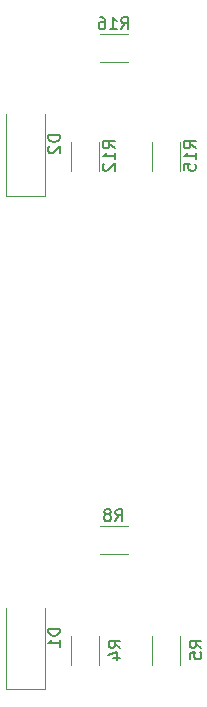
<source format=gbr>
G04 #@! TF.GenerationSoftware,KiCad,Pcbnew,(5.1.9-0-10_14)*
G04 #@! TF.CreationDate,2021-02-21T16:24:42+01:00*
G04 #@! TF.ProjectId,pre-amp-6SN7,7072652d-616d-4702-9d36-534e372e6b69,rev?*
G04 #@! TF.SameCoordinates,Original*
G04 #@! TF.FileFunction,Legend,Bot*
G04 #@! TF.FilePolarity,Positive*
%FSLAX46Y46*%
G04 Gerber Fmt 4.6, Leading zero omitted, Abs format (unit mm)*
G04 Created by KiCad (PCBNEW (5.1.9-0-10_14)) date 2021-02-21 16:24:42*
%MOMM*%
%LPD*%
G01*
G04 APERTURE LIST*
%ADD10C,0.120000*%
%ADD11C,0.150000*%
G04 APERTURE END LIST*
D10*
X93979000Y-99777000D02*
X93979000Y-92877000D01*
X90679000Y-99777000D02*
X90679000Y-92877000D01*
X93979000Y-99777000D02*
X90679000Y-99777000D01*
X93979000Y-141563000D02*
X93979000Y-134663000D01*
X90679000Y-141563000D02*
X90679000Y-134663000D01*
X93979000Y-141563000D02*
X90679000Y-141563000D01*
X98659000Y-86049000D02*
X101059000Y-86049000D01*
X98659000Y-88449000D02*
X101059000Y-88449000D01*
X105467000Y-95230000D02*
X105467000Y-97630000D01*
X103067000Y-95230000D02*
X103067000Y-97630000D01*
X98609000Y-95230000D02*
X98609000Y-97630000D01*
X96209000Y-95230000D02*
X96209000Y-97630000D01*
X98659000Y-127705000D02*
X101059000Y-127705000D01*
X98659000Y-130105000D02*
X101059000Y-130105000D01*
X105467000Y-137066000D02*
X105467000Y-139466000D01*
X103067000Y-137066000D02*
X103067000Y-139466000D01*
X98609000Y-137066000D02*
X98609000Y-139466000D01*
X96209000Y-137066000D02*
X96209000Y-139466000D01*
D11*
X95281380Y-94638904D02*
X94281380Y-94638904D01*
X94281380Y-94877000D01*
X94329000Y-95019857D01*
X94424238Y-95115095D01*
X94519476Y-95162714D01*
X94709952Y-95210333D01*
X94852809Y-95210333D01*
X95043285Y-95162714D01*
X95138523Y-95115095D01*
X95233761Y-95019857D01*
X95281380Y-94877000D01*
X95281380Y-94638904D01*
X94376619Y-95591285D02*
X94329000Y-95638904D01*
X94281380Y-95734142D01*
X94281380Y-95972238D01*
X94329000Y-96067476D01*
X94376619Y-96115095D01*
X94471857Y-96162714D01*
X94567095Y-96162714D01*
X94709952Y-96115095D01*
X95281380Y-95543666D01*
X95281380Y-96162714D01*
X95281380Y-136424904D02*
X94281380Y-136424904D01*
X94281380Y-136663000D01*
X94329000Y-136805857D01*
X94424238Y-136901095D01*
X94519476Y-136948714D01*
X94709952Y-136996333D01*
X94852809Y-136996333D01*
X95043285Y-136948714D01*
X95138523Y-136901095D01*
X95233761Y-136805857D01*
X95281380Y-136663000D01*
X95281380Y-136424904D01*
X95281380Y-137948714D02*
X95281380Y-137377285D01*
X95281380Y-137663000D02*
X94281380Y-137663000D01*
X94424238Y-137567761D01*
X94519476Y-137472523D01*
X94567095Y-137377285D01*
X100451857Y-85651380D02*
X100785190Y-85175190D01*
X101023285Y-85651380D02*
X101023285Y-84651380D01*
X100642333Y-84651380D01*
X100547095Y-84699000D01*
X100499476Y-84746619D01*
X100451857Y-84841857D01*
X100451857Y-84984714D01*
X100499476Y-85079952D01*
X100547095Y-85127571D01*
X100642333Y-85175190D01*
X101023285Y-85175190D01*
X99499476Y-85651380D02*
X100070904Y-85651380D01*
X99785190Y-85651380D02*
X99785190Y-84651380D01*
X99880428Y-84794238D01*
X99975666Y-84889476D01*
X100070904Y-84937095D01*
X98642333Y-84651380D02*
X98832809Y-84651380D01*
X98928047Y-84699000D01*
X98975666Y-84746619D01*
X99070904Y-84889476D01*
X99118523Y-85079952D01*
X99118523Y-85460904D01*
X99070904Y-85556142D01*
X99023285Y-85603761D01*
X98928047Y-85651380D01*
X98737571Y-85651380D01*
X98642333Y-85603761D01*
X98594714Y-85556142D01*
X98547095Y-85460904D01*
X98547095Y-85222809D01*
X98594714Y-85127571D01*
X98642333Y-85079952D01*
X98737571Y-85032333D01*
X98928047Y-85032333D01*
X99023285Y-85079952D01*
X99070904Y-85127571D01*
X99118523Y-85222809D01*
X106769380Y-95737142D02*
X106293190Y-95403809D01*
X106769380Y-95165714D02*
X105769380Y-95165714D01*
X105769380Y-95546666D01*
X105817000Y-95641904D01*
X105864619Y-95689523D01*
X105959857Y-95737142D01*
X106102714Y-95737142D01*
X106197952Y-95689523D01*
X106245571Y-95641904D01*
X106293190Y-95546666D01*
X106293190Y-95165714D01*
X106769380Y-96689523D02*
X106769380Y-96118095D01*
X106769380Y-96403809D02*
X105769380Y-96403809D01*
X105912238Y-96308571D01*
X106007476Y-96213333D01*
X106055095Y-96118095D01*
X105769380Y-97594285D02*
X105769380Y-97118095D01*
X106245571Y-97070476D01*
X106197952Y-97118095D01*
X106150333Y-97213333D01*
X106150333Y-97451428D01*
X106197952Y-97546666D01*
X106245571Y-97594285D01*
X106340809Y-97641904D01*
X106578904Y-97641904D01*
X106674142Y-97594285D01*
X106721761Y-97546666D01*
X106769380Y-97451428D01*
X106769380Y-97213333D01*
X106721761Y-97118095D01*
X106674142Y-97070476D01*
X99911380Y-95737142D02*
X99435190Y-95403809D01*
X99911380Y-95165714D02*
X98911380Y-95165714D01*
X98911380Y-95546666D01*
X98959000Y-95641904D01*
X99006619Y-95689523D01*
X99101857Y-95737142D01*
X99244714Y-95737142D01*
X99339952Y-95689523D01*
X99387571Y-95641904D01*
X99435190Y-95546666D01*
X99435190Y-95165714D01*
X99911380Y-96689523D02*
X99911380Y-96118095D01*
X99911380Y-96403809D02*
X98911380Y-96403809D01*
X99054238Y-96308571D01*
X99149476Y-96213333D01*
X99197095Y-96118095D01*
X99006619Y-97070476D02*
X98959000Y-97118095D01*
X98911380Y-97213333D01*
X98911380Y-97451428D01*
X98959000Y-97546666D01*
X99006619Y-97594285D01*
X99101857Y-97641904D01*
X99197095Y-97641904D01*
X99339952Y-97594285D01*
X99911380Y-97022857D01*
X99911380Y-97641904D01*
X99975666Y-127307380D02*
X100309000Y-126831190D01*
X100547095Y-127307380D02*
X100547095Y-126307380D01*
X100166142Y-126307380D01*
X100070904Y-126355000D01*
X100023285Y-126402619D01*
X99975666Y-126497857D01*
X99975666Y-126640714D01*
X100023285Y-126735952D01*
X100070904Y-126783571D01*
X100166142Y-126831190D01*
X100547095Y-126831190D01*
X99404238Y-126735952D02*
X99499476Y-126688333D01*
X99547095Y-126640714D01*
X99594714Y-126545476D01*
X99594714Y-126497857D01*
X99547095Y-126402619D01*
X99499476Y-126355000D01*
X99404238Y-126307380D01*
X99213761Y-126307380D01*
X99118523Y-126355000D01*
X99070904Y-126402619D01*
X99023285Y-126497857D01*
X99023285Y-126545476D01*
X99070904Y-126640714D01*
X99118523Y-126688333D01*
X99213761Y-126735952D01*
X99404238Y-126735952D01*
X99499476Y-126783571D01*
X99547095Y-126831190D01*
X99594714Y-126926428D01*
X99594714Y-127116904D01*
X99547095Y-127212142D01*
X99499476Y-127259761D01*
X99404238Y-127307380D01*
X99213761Y-127307380D01*
X99118523Y-127259761D01*
X99070904Y-127212142D01*
X99023285Y-127116904D01*
X99023285Y-126926428D01*
X99070904Y-126831190D01*
X99118523Y-126783571D01*
X99213761Y-126735952D01*
X107259380Y-138049333D02*
X106783190Y-137716000D01*
X107259380Y-137477904D02*
X106259380Y-137477904D01*
X106259380Y-137858857D01*
X106307000Y-137954095D01*
X106354619Y-138001714D01*
X106449857Y-138049333D01*
X106592714Y-138049333D01*
X106687952Y-138001714D01*
X106735571Y-137954095D01*
X106783190Y-137858857D01*
X106783190Y-137477904D01*
X106259380Y-138954095D02*
X106259380Y-138477904D01*
X106735571Y-138430285D01*
X106687952Y-138477904D01*
X106640333Y-138573142D01*
X106640333Y-138811238D01*
X106687952Y-138906476D01*
X106735571Y-138954095D01*
X106830809Y-139001714D01*
X107068904Y-139001714D01*
X107164142Y-138954095D01*
X107211761Y-138906476D01*
X107259380Y-138811238D01*
X107259380Y-138573142D01*
X107211761Y-138477904D01*
X107164142Y-138430285D01*
X100401380Y-138049333D02*
X99925190Y-137716000D01*
X100401380Y-137477904D02*
X99401380Y-137477904D01*
X99401380Y-137858857D01*
X99449000Y-137954095D01*
X99496619Y-138001714D01*
X99591857Y-138049333D01*
X99734714Y-138049333D01*
X99829952Y-138001714D01*
X99877571Y-137954095D01*
X99925190Y-137858857D01*
X99925190Y-137477904D01*
X99734714Y-138906476D02*
X100401380Y-138906476D01*
X99353761Y-138668380D02*
X100068047Y-138430285D01*
X100068047Y-139049333D01*
M02*

</source>
